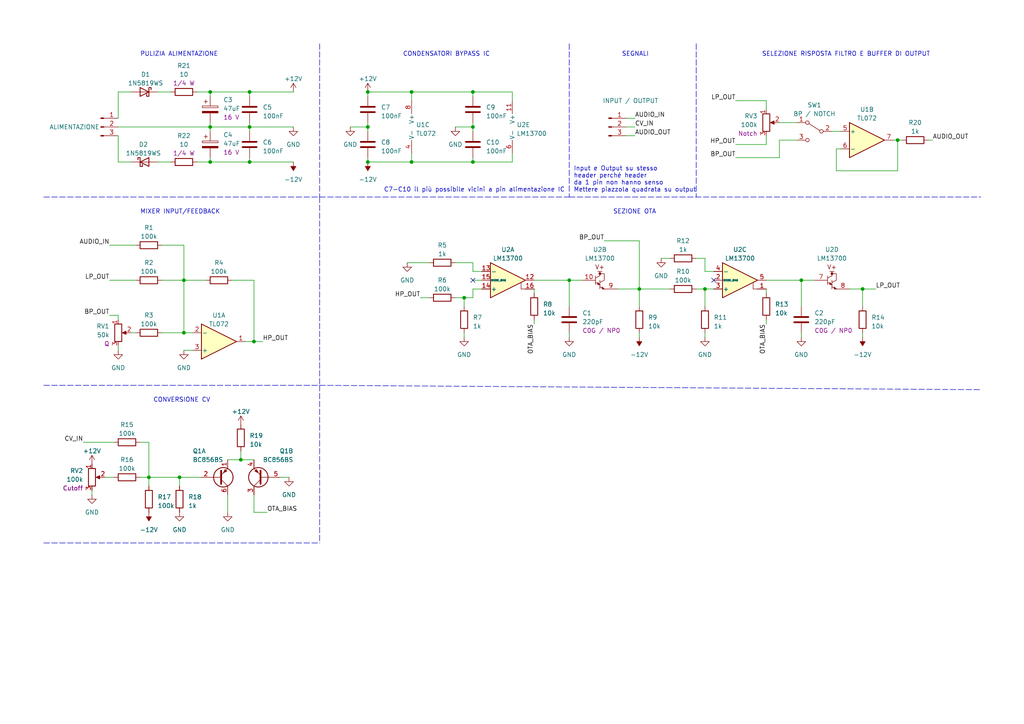
<source format=kicad_sch>
(kicad_sch (version 20230121) (generator eeschema)
  (paper "A4")
  (title_block (title "FILTRO CONTROLLATO IN TENSIONE") (date "2023-03-11") (rev "1"))
  (lib_symbols
    (symbol "Amplifier_Operational:LM13700" (pin_names (offset 0.127))
      (property "Reference" "U" (at 3.81 5.08 0))
      (property "Value" "LM13700" (at 5.08 -5.08 0))
      (symbol "LM13700_1_1"
        (polyline (pts (xy 3.81 -0.635) (xy 3.81 -2.54) (xy 5.08 -2.54)))
        (polyline (pts (xy 5.08 0) (xy -5.08 -5.08) (xy -5.08 5.08) (xy 5.08 0)) (stroke (width 0.254)) (fill (type background)))
        (pin output line (at 7.62 0 180) (length 2.54) (name "~") (number "12"))
        (pin input line (at -7.62 2.54 0) (length 2.54) (name "-") (number "13"))
        (pin input line (at -7.62 -2.54 0) (length 2.54) (name "+") (number "14"))
        (pin input line (at -7.62 0 0) (length 2.54) (name "DIODE_BIAS") (number "15"))
        (pin input line (at 7.62 -2.54 180) (length 2.54) (name "~") (number "16"))
      )
      (symbol "LM13700_2_0"
        (polyline (pts (xy -1.905 2.54) (xy -3.175 2.54)))
      )
      (symbol "LM13700_2_1"
        (circle (center -2.54 1.905) (radius 0.254) (stroke (width 0.254)) (fill (type outline)))
        (polyline (pts (xy -3.81 -0.635) (xy -2.54 -1.27)))
        (polyline (pts (xy -3.81 1.27) (xy -3.81 -1.27)))
        (polyline (pts (xy -2.54 -1.905) (xy -1.27 -2.54)))
        (polyline (pts (xy -2.54 0) (xy -2.54 -2.54)))
        (polyline (pts (xy -3.81 0.635) (xy -2.54 1.27) (xy -2.54 1.905) (xy -2.54 2.54)))
        (polyline (pts (xy -2.54 -1.27) (xy -3.175 -0.635) (xy -3.175 -1.27) (xy -2.54 -1.27)) (fill (type outline)))
        (polyline (pts (xy -2.54 -0.635) (xy -1.27 0) (xy -1.27 1.905) (xy -2.54 1.905)))
        (polyline (pts (xy -1.27 -2.54) (xy -1.905 -1.905) (xy -1.905 -2.54) (xy -1.27 -2.54)) (fill (type outline)))
        (text "V+" (at -2.54 3.81 0) (effects (font (size 1.27 1.27))))
        (pin input line (at -7.62 0 0) (length 3.81) (name "~") (number "10"))
        (pin output line (at 2.54 -2.54 180) (length 3.81) (name "~") (number "9"))
      )
      (symbol "LM13700_3_1"
        (polyline (pts (xy 3.81 -0.635) (xy 3.81 -2.54) (xy 5.08 -2.54)))
        (polyline (pts (xy 5.08 0) (xy -5.08 -5.08) (xy -5.08 5.08) (xy 5.08 0)) (stroke (width 0.254)) (fill (type background)))
        (pin input line (at 7.62 -2.54 180) (length 2.54) (name "~") (number "1"))
        (pin input line (at -7.62 0 0) (length 2.54) (name "DIODE_BIAS") (number "2"))
        (pin input line (at -7.62 -2.54 0) (length 2.54) (name "+") (number "3"))
        (pin input line (at -7.62 2.54 0) (length 2.54) (name "-") (number "4"))
        (pin output line (at 7.62 0 180) (length 2.54) (name "~") (number "5"))
      )
      (symbol "LM13700_4_0"
        (polyline (pts (xy -3.175 2.54) (xy -1.905 2.54)))
        (text "V+" (at -2.54 3.81 0) (effects (font (size 1.27 1.27))))
      )
      (symbol "LM13700_4_1"
        (circle (center -2.54 1.905) (radius 0.254) (stroke (width 0.254)) (fill (type outline)))
        (polyline (pts (xy -3.81 -0.635) (xy -2.54 -1.27)))
        (polyline (pts (xy -3.81 1.27) (xy -3.81 -1.27)))
        (polyline (pts (xy -2.54 -1.905) (xy -1.27 -2.54)))
        (polyline (pts (xy -2.54 0) (xy -2.54 -2.54)))
        (polyline (pts (xy -3.81 0.635) (xy -2.54 1.27) (xy -2.54 2.54)))
        (polyline (pts (xy -2.54 -1.27) (xy -3.175 -0.635) (xy -3.175 -1.27) (xy -2.54 -1.27)) (fill (type outline)))
        (polyline (pts (xy -2.54 -0.635) (xy -1.27 0) (xy -1.27 1.905) (xy -2.54 1.905)))
        (polyline (pts (xy -1.27 -2.54) (xy -1.905 -1.905) (xy -1.905 -2.54) (xy -1.27 -2.54)) (fill (type outline)))
        (pin input line (at -7.62 0 0) (length 3.81) (name "~") (number "7"))
        (pin output line (at 2.54 -2.54 180) (length 3.81) (name "~") (number "8"))
      )
      (symbol "LM13700_5_1"
        (pin power_in line (at -2.54 7.62 270) (length 3.81) (name "V+") (number "11"))
        (pin power_in line (at -2.54 -7.62 90) (length 3.81) (name "V-") (number "6"))
      )
    )
    (symbol "Amplifier_Operational:TL072" (pin_names (offset 0.127))
      (property "Reference" "U" (at 0 5.08 0))
      (property "Value" "TL072" (at 0 -5.08 0))
      (symbol "TL072_1_1"
        (polyline (pts (xy -5.08 5.08) (xy 5.08 0) (xy -5.08 -5.08) (xy -5.08 5.08)) (stroke (width 0.254)) (fill (type background)))
        (pin output line (at 7.62 0 180) (length 2.54) (name "~") (number "1"))
        (pin input line (at -7.62 -2.54 0) (length 2.54) (name "-") (number "2"))
        (pin input line (at -7.62 2.54 0) (length 2.54) (name "+") (number "3"))
      )
      (symbol "TL072_2_1"
        (polyline (pts (xy -5.08 5.08) (xy 5.08 0) (xy -5.08 -5.08) (xy -5.08 5.08)) (stroke (width 0.254)) (fill (type background)))
        (pin input line (at -7.62 2.54 0) (length 2.54) (name "+") (number "5"))
        (pin input line (at -7.62 -2.54 0) (length 2.54) (name "-") (number "6"))
        (pin output line (at 7.62 0 180) (length 2.54) (name "~") (number "7"))
      )
      (symbol "TL072_3_1"
        (pin power_in line (at -2.54 -7.62 90) (length 3.81) (name "V-") (number "4"))
        (pin power_in line (at -2.54 7.62 270) (length 3.81) (name "V+") (number "8"))
      )
    )
    (symbol "Connector:Conn_01x03_Pin" (pin_names (offset 1.016) hide)
      (property "Reference" "J" (at 0 5.08 0))
      (property "Value" "Conn_01x03_Pin" (at 0 -5.08 0))
      (symbol "Conn_01x03_Pin_1_1"
        (polyline (pts (xy 1.27 -2.54) (xy 0.8636 -2.54)) (stroke (width 0.1524)))
        (polyline (pts (xy 1.27 0) (xy 0.8636 0)) (stroke (width 0.1524)))
        (polyline (pts (xy 1.27 2.54) (xy 0.8636 2.54)) (stroke (width 0.1524)))
        (rectangle (start 0.8636 -2.413) (end 0 -2.667) (stroke (width 0.1524)) (fill (type outline)))
        (rectangle (start 0.8636 0.127) (end 0 -0.127) (stroke (width 0.1524)) (fill (type outline)))
        (rectangle (start 0.8636 2.667) (end 0 2.413) (stroke (width 0.1524)) (fill (type outline)))
        (pin passive line (at 5.08 2.54 180) (length 3.81) (name "Pin_1") (number "1"))
        (pin passive line (at 5.08 0 180) (length 3.81) (name "Pin_2") (number "2"))
        (pin passive line (at 5.08 -2.54 180) (length 3.81) (name "Pin_3") (number "3"))
      )
    )
    (symbol "Device:C" (pin_numbers hide) (pin_names (offset 0.254))
      (property "Reference" "C" (at 0.635 2.54 0))
      (property "Value" "C" (at 0.635 -2.54 0))
      (symbol "C_0_1"
        (polyline (pts (xy -2.032 -0.762) (xy 2.032 -0.762)) (stroke (width 0.508)))
        (polyline (pts (xy -2.032 0.762) (xy 2.032 0.762)) (stroke (width 0.508)))
      )
      (symbol "C_1_1"
        (pin passive line (at 0 3.81 270) (length 2.794) (name "~") (number "1"))
        (pin passive line (at 0 -3.81 90) (length 2.794) (name "~") (number "2"))
      )
    )
    (symbol "Device:C_Polarized" (pin_numbers hide) (pin_names (offset 0.254))
      (property "Reference" "C" (at 0.635 2.54 0))
      (property "Value" "C_Polarized" (at 0.635 -2.54 0))
      (symbol "C_Polarized_0_1"
        (rectangle (start -2.286 0.508) (end 2.286 1.016))
        (polyline (pts (xy -1.778 2.286) (xy -0.762 2.286)))
        (polyline (pts (xy -1.27 2.794) (xy -1.27 1.778)))
        (rectangle (start 2.286 -0.508) (end -2.286 -1.016) (fill (type outline)))
      )
      (symbol "C_Polarized_1_1"
        (pin passive line (at 0 3.81 270) (length 2.794) (name "~") (number "1"))
        (pin passive line (at 0 -3.81 90) (length 2.794) (name "~") (number "2"))
      )
    )
    (symbol "Device:R" (pin_numbers hide) (pin_names (offset 0))
      (property "Reference" "R" (at 2.032 0 90))
      (property "Value" "R" (at 0 0 90))
      (symbol "R_0_1"
        (rectangle (start -1.016 -2.54) (end 1.016 2.54) (stroke (width 0.254)))
      )
      (symbol "R_1_1"
        (pin passive line (at 0 3.81 270) (length 1.27) (name "~") (number "1"))
        (pin passive line (at 0 -3.81 90) (length 1.27) (name "~") (number "2"))
      )
    )
    (symbol "Device:R_Potentiometer" (pin_names (offset 1.016) hide)
      (property "Reference" "RV" (at -4.445 0 90))
      (property "Value" "R_Potentiometer" (at -2.54 0 90))
      (symbol "R_Potentiometer_0_1"
        (polyline (pts (xy 2.54 0) (xy 1.524 0)))
        (polyline (pts (xy 1.143 0) (xy 2.286 0.508) (xy 2.286 -0.508) (xy 1.143 0)) (fill (type outline)))
        (rectangle (start 1.016 2.54) (end -1.016 -2.54) (stroke (width 0.254)))
      )
      (symbol "R_Potentiometer_1_1"
        (pin passive line (at 0 3.81 270) (length 1.27) (name "1") (number "1"))
        (pin passive line (at 3.81 0 180) (length 1.27) (name "2") (number "2"))
        (pin passive line (at 0 -3.81 90) (length 1.27) (name "3") (number "3"))
      )
    )
    (symbol "Diode:1N5819WS" (pin_numbers hide) (pin_names (offset 1.016) hide)
      (property "Reference" "D" (at 0 2.54 0))
      (property "Value" "1N5819WS" (at 0 -2.54 0))
      (symbol "1N5819WS_0_1"
        (polyline (pts (xy 1.27 0) (xy -1.27 0)))
        (polyline (pts (xy 1.27 1.27) (xy 1.27 -1.27) (xy -1.27 0) (xy 1.27 1.27)) (stroke (width 0.254)))
        (polyline (pts (xy -1.905 0.635) (xy -1.905 1.27) (xy -1.27 1.27) (xy -1.27 -1.27) (xy -0.635 -1.27) (xy -0.635 -0.635)) (stroke (width 0.254)))
      )
      (symbol "1N5819WS_1_1"
        (pin passive line (at -3.81 0 0) (length 2.54) (name "K") (number "1"))
        (pin passive line (at 3.81 0 180) (length 2.54) (name "A") (number "2"))
      )
    )
    (symbol "Switch:SW_SPDT" (pin_names (offset 0) hide)
      (property "Reference" "SW" (at 0 4.318 0))
      (property "Value" "SW_SPDT" (at 0 -5.08 0))
      (symbol "SW_SPDT_0_0"
        (circle (center -2.032 0) (radius 0.508))
        (circle (center 2.032 -2.54) (radius 0.508))
      )
      (symbol "SW_SPDT_0_1"
        (polyline (pts (xy -1.524 0.254) (xy 1.651 2.286)))
        (circle (center 2.032 2.54) (radius 0.508))
      )
      (symbol "SW_SPDT_1_1"
        (pin passive line (at 5.08 2.54 180) (length 2.54) (name "A") (number "1"))
        (pin passive line (at -5.08 0 0) (length 2.54) (name "B") (number "2"))
        (pin passive line (at 5.08 -2.54 180) (length 2.54) (name "C") (number "3"))
      )
    )
    (symbol "Transistor_BJT:BC856BS" (pin_names (offset 0) hide)
      (property "Reference" "Q" (at 5.08 1.27 0))
      (property "Value" "BC856BS" (at 5.08 -1.27 0))
      (symbol "BC856BS_0_1"
        (polyline (pts (xy 0.635 0) (xy -2.54 0)))
        (polyline (pts (xy 0.635 0.635) (xy 2.54 2.54)))
        (polyline (pts (xy 0.635 -0.635) (xy 2.54 -2.54) (xy 2.54 -2.54)))
        (polyline (pts (xy 0.635 1.905) (xy 0.635 -1.905) (xy 0.635 -1.905)) (stroke (width 0.508)))
        (polyline (pts (xy 2.286 -1.778) (xy 1.778 -2.286) (xy 1.27 -1.27) (xy 2.286 -1.778) (xy 2.286 -1.778)) (fill (type outline)))
        (circle (center 1.27 0) (radius 2.8194) (stroke (width 0.254)))
      )
      (symbol "BC856BS_1_1"
        (pin passive line (at 2.54 -5.08 90) (length 2.54) (name "E1") (number "1"))
        (pin input line (at -5.08 0 0) (length 2.54) (name "B1") (number "2"))
        (pin passive line (at 2.54 5.08 270) (length 2.54) (name "C1") (number "6"))
      )
      (symbol "BC856BS_2_1"
        (pin passive line (at 2.54 5.08 270) (length 2.54) (name "C2") (number "3"))
        (pin passive line (at 2.54 -5.08 90) (length 2.54) (name "E2") (number "4"))
        (pin input line (at -5.08 0 0) (length 2.54) (name "B2") (number "5"))
      )
    )
    (symbol "power:+12V" (power) (pin_names (offset 0))
      (property "Value" "+12V" (at 0 3.556 0))
      (symbol "+12V_0_1"
        (polyline (pts (xy -0.762 1.27) (xy 0 2.54)))
        (polyline (pts (xy 0 0) (xy 0 2.54)))
        (polyline (pts (xy 0 2.54) (xy 0.762 1.27)))
      )
      (symbol "+12V_1_1"
        (pin power_in line (at 0 0 90) (length 0) hide (name "+12V") (number "1"))
      )
    )
    (symbol "power:-12V" (power) (pin_names (offset 0))
      (property "Value" "-12V" (at 0 3.81 0))
      (symbol "-12V_0_0"
        (pin power_in line (at 0 0 90) (length 0) hide (name "-12V") (number "1"))
      )
      (symbol "-12V_0_1"
        (polyline (pts (xy 0 0) (xy 0 1.27) (xy 0.762 1.27) (xy 0 2.54) (xy -0.762 1.27) (xy 0 1.27)) (fill (type outline)))
      )
    )
    (symbol "power:GND" (power) (pin_names (offset 0))
      (property "Value" "GND" (at 0 -3.81 0))
      (symbol "GND_0_1"
        (polyline (pts (xy 0 0) (xy 0 -1.27) (xy 1.27 -1.27) (xy 0 -2.54) (xy -1.27 -1.27) (xy 0 -1.27)))
      )
      (symbol "GND_1_1"
        (pin power_in line (at 0 0 270) (length 0) hide (name "GND") (number "1"))
      )
    )
  )
  (junction (at 119.38 46.99))
  (junction (at 250.19 83.82))
  (junction (at 72.39 46.99))
  (junction (at 185.42 83.82))
  (junction (at 60.96 36.83))
  (junction (at 60.96 46.99))
  (junction (at 134.62 86.36))
  (junction (at 73.66 99.06))
  (junction (at 106.68 46.99))
  (junction (at 232.41 81.28))
  (junction (at 137.16 46.99))
  (junction (at 106.68 36.83))
  (junction (at 165.1 81.28))
  (junction (at 119.38 26.67))
  (junction (at 72.39 26.67))
  (junction (at 72.39 36.83))
  (junction (at 53.34 81.28))
  (junction (at 106.68 26.67))
  (junction (at 60.96 26.67))
  (junction (at 204.47 83.82))
  (junction (at 43.18 138.43))
  (junction (at 53.34 96.52))
  (junction (at 69.85 133.35))
  (junction (at 137.16 26.67))
  (junction (at 52.07 138.43))
  (junction (at 260.35 40.64))
  (junction (at 137.16 36.83))
  (no_connect (at 137.16 81.28))
  (no_connect (at 207.01 81.28))
  (wire (pts (xy 45.72 46.99) (xy 49.53 46.99)))
  (wire (pts (xy 119.38 44.45) (xy 119.38 46.99)))
  (wire (pts (xy 185.42 96.52) (xy 185.42 97.79)))
  (wire (pts (xy 53.34 71.12) (xy 53.34 81.28)))
  (wire (pts (xy 250.19 88.9) (xy 250.19 83.82)))
  (wire (pts (xy 106.68 35.56) (xy 106.68 36.83)))
  (wire (pts (xy 213.36 45.72) (xy 226.06 45.72)))
  (wire (pts (xy 43.18 138.43) (xy 40.64 138.43)))
  (wire (pts (xy 226.06 45.72) (xy 226.06 40.64)))
  (wire (pts (xy 134.62 86.36) (xy 137.16 86.36)))
  (wire (pts (xy 185.42 69.85) (xy 175.26 69.85)))
  (wire (pts (xy 181.61 39.37) (xy 184.15 39.37)))
  (wire (pts (xy 137.16 83.82) (xy 139.7 83.82)))
  (polyline (pts (xy 92.71 111.76) (xy 284.48 113.03)) (stroke (width 0) (type dash)))
  (polyline (pts (xy 92.71 111.76) (xy 92.71 157.48)) (stroke (width 0) (type dash)))
  (polyline (pts (xy 165.1 12.7) (xy 165.1 57.15)) (stroke (width 0) (type dash)))
  (polyline (pts (xy 12.7 111.76) (xy 92.71 111.76)) (stroke (width 0) (type dash)))
  (wire (pts (xy 66.04 148.59) (xy 66.04 143.51)))
  (wire (pts (xy 34.29 34.29) (xy 34.29 26.67)))
  (wire (pts (xy 154.94 83.82) (xy 154.94 85.09)))
  (wire (pts (xy 72.39 46.99) (xy 85.09 46.99)))
  (wire (pts (xy 53.34 81.28) (xy 53.34 96.52)))
  (wire (pts (xy 204.47 83.82) (xy 207.01 83.82)))
  (wire (pts (xy 31.75 81.28) (xy 39.37 81.28)))
  (wire (pts (xy 57.15 26.67) (xy 60.96 26.67)))
  (wire (pts (xy 132.08 86.36) (xy 134.62 86.36)))
  (polyline (pts (xy 92.71 12.7) (xy 92.71 57.15)) (stroke (width 0) (type dash)))
  (wire (pts (xy 106.68 26.67) (xy 119.38 26.67)))
  (wire (pts (xy 69.85 130.81) (xy 69.85 133.35)))
  (polyline (pts (xy 201.93 12.7) (xy 201.93 57.15)) (stroke (width 0) (type dash)))
  (wire (pts (xy 132.08 36.83) (xy 137.16 36.83)))
  (wire (pts (xy 137.16 36.83) (xy 137.16 38.1)))
  (wire (pts (xy 53.34 96.52) (xy 55.88 96.52)))
  (wire (pts (xy 45.72 26.67) (xy 49.53 26.67)))
  (wire (pts (xy 269.24 40.64) (xy 270.51 40.64)))
  (wire (pts (xy 34.29 46.99) (xy 38.1 46.99)))
  (wire (pts (xy 38.1 96.52) (xy 39.37 96.52)))
  (wire (pts (xy 106.68 36.83) (xy 106.68 38.1)))
  (wire (pts (xy 232.41 96.52) (xy 232.41 97.79)))
  (wire (pts (xy 121.92 86.36) (xy 124.46 86.36)))
  (wire (pts (xy 137.16 76.2) (xy 132.08 76.2)))
  (wire (pts (xy 181.61 34.29) (xy 184.15 34.29)))
  (wire (pts (xy 260.35 49.53) (xy 242.57 49.53)))
  (wire (pts (xy 43.18 138.43) (xy 52.07 138.43)))
  (wire (pts (xy 259.08 40.64) (xy 260.35 40.64)))
  (polyline (pts (xy 92.71 57.15) (xy 92.71 111.76)) (stroke (width 0) (type dash)))
  (wire (pts (xy 222.25 83.82) (xy 222.25 85.09)))
  (wire (pts (xy 118.11 76.2) (xy 124.46 76.2)))
  (wire (pts (xy 60.96 26.67) (xy 72.39 26.67)))
  (wire (pts (xy 119.38 26.67) (xy 137.16 26.67)))
  (wire (pts (xy 222.25 29.21) (xy 222.25 31.75)))
  (wire (pts (xy 60.96 26.67) (xy 60.96 27.94)))
  (wire (pts (xy 204.47 96.52) (xy 204.47 97.79)))
  (wire (pts (xy 66.04 133.35) (xy 69.85 133.35)))
  (wire (pts (xy 31.75 91.44) (xy 34.29 91.44)))
  (wire (pts (xy 137.16 81.28) (xy 139.7 81.28)))
  (wire (pts (xy 201.93 74.93) (xy 204.47 74.93)))
  (wire (pts (xy 148.59 44.45) (xy 148.59 46.99)))
  (wire (pts (xy 72.39 36.83) (xy 60.96 36.83)))
  (wire (pts (xy 204.47 74.93) (xy 204.47 78.74)))
  (polyline (pts (xy 12.7 157.48) (xy 92.71 157.48)) (stroke (width 0) (type dash)))
  (wire (pts (xy 73.66 81.28) (xy 67.31 81.28)))
  (wire (pts (xy 106.68 27.94) (xy 106.68 26.67)))
  (wire (pts (xy 57.15 46.99) (xy 60.96 46.99)))
  (wire (pts (xy 60.96 35.56) (xy 60.96 36.83)))
  (wire (pts (xy 165.1 81.28) (xy 168.91 81.28)))
  (wire (pts (xy 53.34 101.6) (xy 55.88 101.6)))
  (wire (pts (xy 53.34 81.28) (xy 59.69 81.28)))
  (wire (pts (xy 72.39 26.67) (xy 85.09 26.67)))
  (wire (pts (xy 34.29 100.33) (xy 34.29 101.6)))
  (polyline (pts (xy 12.7 57.15) (xy 92.71 57.15)) (stroke (width 0) (type dash)))
  (wire (pts (xy 137.16 26.67) (xy 148.59 26.67)))
  (wire (pts (xy 165.1 88.9) (xy 165.1 81.28)))
  (wire (pts (xy 222.25 81.28) (xy 232.41 81.28)))
  (wire (pts (xy 106.68 46.99) (xy 119.38 46.99)))
  (wire (pts (xy 242.57 43.18) (xy 243.84 43.18)))
  (wire (pts (xy 185.42 88.9) (xy 185.42 83.82)))
  (wire (pts (xy 31.75 71.12) (xy 39.37 71.12)))
  (wire (pts (xy 72.39 35.56) (xy 72.39 36.83)))
  (wire (pts (xy 72.39 46.99) (xy 72.39 45.72)))
  (wire (pts (xy 46.99 71.12) (xy 53.34 71.12)))
  (wire (pts (xy 204.47 83.82) (xy 204.47 88.9)))
  (wire (pts (xy 60.96 46.99) (xy 60.96 45.72)))
  (wire (pts (xy 204.47 78.74) (xy 207.01 78.74)))
  (wire (pts (xy 30.48 138.43) (xy 33.02 138.43)))
  (wire (pts (xy 181.61 36.83) (xy 184.15 36.83)))
  (wire (pts (xy 34.29 39.37) (xy 34.29 46.99)))
  (wire (pts (xy 134.62 86.36) (xy 134.62 88.9)))
  (wire (pts (xy 34.29 36.83) (xy 60.96 36.83)))
  (wire (pts (xy 191.77 74.93) (xy 194.31 74.93)))
  (wire (pts (xy 137.16 86.36) (xy 137.16 83.82)))
  (wire (pts (xy 137.16 46.99) (xy 148.59 46.99)))
  (wire (pts (xy 148.59 26.67) (xy 148.59 29.21)))
  (wire (pts (xy 246.38 83.82) (xy 250.19 83.82)))
  (wire (pts (xy 26.67 143.51) (xy 26.67 142.24)))
  (wire (pts (xy 81.28 138.43) (xy 83.82 138.43)))
  (wire (pts (xy 60.96 38.1) (xy 60.96 36.83)))
  (wire (pts (xy 154.94 93.98) (xy 154.94 92.71)))
  (wire (pts (xy 73.66 143.51) (xy 73.66 148.59)))
  (wire (pts (xy 194.31 83.82) (xy 185.42 83.82)))
  (wire (pts (xy 40.64 128.27) (xy 43.18 128.27)))
  (wire (pts (xy 43.18 128.27) (xy 43.18 138.43)))
  (wire (pts (xy 52.07 140.97) (xy 52.07 138.43)))
  (wire (pts (xy 250.19 83.82) (xy 254 83.82)))
  (wire (pts (xy 46.99 81.28) (xy 53.34 81.28)))
  (wire (pts (xy 250.19 96.52) (xy 250.19 97.79)))
  (wire (pts (xy 165.1 96.52) (xy 165.1 97.79)))
  (wire (pts (xy 72.39 38.1) (xy 72.39 36.83)))
  (wire (pts (xy 72.39 36.83) (xy 85.09 36.83)))
  (wire (pts (xy 242.57 49.53) (xy 242.57 43.18)))
  (wire (pts (xy 60.96 46.99) (xy 72.39 46.99)))
  (wire (pts (xy 43.18 138.43) (xy 43.18 140.97)))
  (wire (pts (xy 137.16 35.56) (xy 137.16 36.83)))
  (wire (pts (xy 72.39 26.67) (xy 72.39 27.94)))
  (polyline (pts (xy 92.71 57.15) (xy 165.1 57.15)) (stroke (width 0) (type dash)))
  (wire (pts (xy 222.25 92.71) (xy 222.25 93.98)))
  (wire (pts (xy 222.25 39.37) (xy 222.25 41.91)))
  (wire (pts (xy 119.38 46.99) (xy 137.16 46.99)))
  (wire (pts (xy 69.85 133.35) (xy 73.66 133.35)))
  (wire (pts (xy 222.25 41.91) (xy 213.36 41.91)))
  (wire (pts (xy 71.12 99.06) (xy 73.66 99.06)))
  (wire (pts (xy 137.16 45.72) (xy 137.16 46.99)))
  (wire (pts (xy 34.29 92.71) (xy 34.29 91.44)))
  (wire (pts (xy 73.66 99.06) (xy 76.2 99.06)))
  (wire (pts (xy 201.93 83.82) (xy 204.47 83.82)))
  (wire (pts (xy 34.29 26.67) (xy 38.1 26.67)))
  (polyline (pts (xy 165.1 57.15) (xy 284.48 57.15)) (stroke (width 0) (type dash)))
  (wire (pts (xy 46.99 96.52) (xy 53.34 96.52)))
  (wire (pts (xy 241.3 38.1) (xy 243.84 38.1)))
  (wire (pts (xy 24.13 128.27) (xy 33.02 128.27)))
  (wire (pts (xy 232.41 88.9) (xy 232.41 81.28)))
  (wire (pts (xy 137.16 26.67) (xy 137.16 27.94)))
  (wire (pts (xy 137.16 78.74) (xy 137.16 76.2)))
  (wire (pts (xy 165.1 81.28) (xy 154.94 81.28)))
  (wire (pts (xy 226.06 35.56) (xy 231.14 35.56)))
  (wire (pts (xy 134.62 96.52) (xy 134.62 97.79)))
  (wire (pts (xy 232.41 81.28) (xy 236.22 81.28)))
  (wire (pts (xy 119.38 26.67) (xy 119.38 29.21)))
  (wire (pts (xy 52.07 138.43) (xy 58.42 138.43)))
  (wire (pts (xy 73.66 148.59) (xy 77.47 148.59)))
  (wire (pts (xy 179.07 83.82) (xy 185.42 83.82)))
  (wire (pts (xy 139.7 78.74) (xy 137.16 78.74)))
  (wire (pts (xy 106.68 45.72) (xy 106.68 46.99)))
  (wire (pts (xy 226.06 40.64) (xy 231.14 40.64)))
  (wire (pts (xy 185.42 83.82) (xy 185.42 69.85)))
  (wire (pts (xy 101.6 36.83) (xy 106.68 36.83)))
  (wire (pts (xy 260.35 40.64) (xy 261.62 40.64)))
  (wire (pts (xy 73.66 99.06) (xy 73.66 81.28)))
  (wire (pts (xy 213.36 29.21) (xy 222.25 29.21)))
  (wire (pts (xy 260.35 40.64) (xy 260.35 49.53)))
  (text "C7-C10 il più possibile vicini a pin alimentazione IC" (at 163.83 55.88 0) (effects (font (size 1.27 1.27)) (justify right bottom)))
  (text "CONDENSATORI BYPASS IC" (at 116.84 16.51 0) (effects (font (size 1.27 1.27)) (justify left bottom)))
  (text "Input e Output su stesso\nheader perché header \nda 1 pin non hanno senso\nMettere piazzola quadrata su output" (at 166.37 55.88 0) (effects (font (size 1.27 1.27)) (justify left bottom)))
  (text "PULIZIA ALIMENTAZIONE\n" (at 40.64 16.51 0) (effects (font (size 1.27 1.27)) (justify left bottom)))
  (text "SELEZIONE RISPOSTA FILTRO E BUFFER DI OUTPUT" (at 220.98 16.51 0) (effects (font (size 1.27 1.27)) (justify left bottom)))
  (text "SEZIONE OTA\n" (at 177.8 62.23 0) (effects (font (size 1.27 1.27)) (justify left bottom)))
  (text "MIXER INPUT/FEEDBACK\n" (at 40.64 62.23 0) (effects (font (size 1.27 1.27)) (justify left bottom)))
  (text "CONVERSIONE CV\n" (at 44.45 116.84 0) (effects (font (size 1.27 1.27)) (justify left bottom)))
  (text "SEGNALI" (at 180.34 16.51 0) (effects (font (size 1.27 1.27)) (justify left bottom)))
  (label "AUDIO_OUT" (at 184.15 39.37 0))
  (label "OTA_BIAS" (at 77.47 148.59 0))
  (label "CV_IN" (at 24.13 128.27 180))
  (label "HP_OUT" (at 213.36 41.91 180))
  (label "HP_OUT" (at 121.92 86.36 180))
  (label "OTA_BIAS" (at 154.94 93.98 270))
  (label "HP_OUT" (at 76.2 99.06 0))
  (label "LP_OUT" (at 213.36 29.21 180))
  (label "BP_OUT" (at 31.75 91.44 180))
  (label "AUDIO_OUT" (at 270.51 40.64 0))
  (label "AUDIO_IN" (at 184.15 34.29 0))
  (label "LP_OUT" (at 254 83.82 0))
  (label "CV_IN" (at 184.15 36.83 0))
  (label "OTA_BIAS" (at 222.25 93.98 270))
  (label "BP_OUT" (at 175.26 69.85 180))
  (label "BP_OUT" (at 213.36 45.72 180))
  (label "AUDIO_IN" (at 31.75 71.12 180))
  (label "LP_OUT" (at 31.75 81.28 180))
  (symbol (lib_id "Amplifier_Operational:TL072") (at 121.92 36.83 0) (unit 3)
    (property "Reference" "U1" (at 120.65 36.195 0) (effects (justify left)))
    (property "Value" "TL072" (at 120.65 38.735 0) (effects (justify left)))
    (property "Footprint" "Package_SO:SOIC-8_3.9x4.9mm_P1.27mm" (effects hide))
    (property "Datasheet" "TL072CDT" (effects hide))
  )
  (symbol (lib_id "power:+12V") (at 69.85 123.19 0) (unit 1)
    (property "Reference" "#PWR022" (effects hide))
    (property "Value" "+12V" (at 69.85 119.38 0))
  )
  (symbol (lib_id "Device:R_Potentiometer") (at 26.67 138.43 0) (unit 1)
    (property "Reference" "RV2" (at 24.13 136.525 0) (effects (justify right)))
    (property "Value" "100k" (at 24.13 139.065 0) (effects (justify right)))
    (property "Footprint" "Connector_PinHeader_2.54mm:PinHeader_1x03_P2.54mm_Vertical" (effects hide))
    (property "Control" "Cutoff" (at 24.13 141.605 0) (effects (justify right)))
  )
  (symbol (lib_id "Device:R_Potentiometer") (at 222.25 35.56 0) (unit 1)
    (property "Reference" "RV3" (at 219.71 33.655 0) (effects (justify right)))
    (property "Value" "100k" (at 219.71 36.195 0) (effects (justify right)))
    (property "Footprint" "Connector_PinHeader_2.54mm:PinHeader_1x03_P2.54mm_Vertical" (effects hide))
    (property "Control" "Notch" (at 219.71 38.735 0) (effects (justify right)))
  )
  (symbol (lib_id "power:GND") (at 83.82 138.43 0) (unit 1)
    (property "Reference" "#PWR024" (effects hide))
    (property "Value" "GND" (at 83.82 143.51 0))
  )
  (symbol (lib_id "Transistor_BJT:BC856BS") (at 63.5 138.43 0) (mirror x) (unit 1)
    (property "Reference" "Q1" (at 55.88 130.81 0) (effects (justify left)))
    (property "Value" "BC856BS" (at 55.88 133.35 0) (effects (justify left)))
    (property "Footprint" "Package_TO_SOT_SMD:SOT-363_SC-70-6" (effects hide))
    (property "Datasheet" "https://assets.nexperia.com/documents/data-sheet/BC856BS.pdf" (effects hide))
  )
  (symbol (lib_id "Amplifier_Operational:LM13700") (at 147.32 81.28 0) (unit 1)
    (property "Reference" "U2" (at 147.32 72.39 0))
    (property "Value" "LM13700" (at 147.32 74.93 0))
    (property "Footprint" "Package_SO:SOIC-16_3.9x9.9mm_P1.27mm" (effects hide))
    (property "Datasheet" "LM13700MX/NOPB" (effects hide))
  )
  (symbol (lib_id "Device:R") (at 204.47 92.71 180) (unit 1)
    (property "Reference" "R11" (at 207.01 92.075 0) (effects (justify right)))
    (property "Value" "1k" (at 207.01 94.615 0) (effects (justify right)))
    (property "Footprint" "Resistor_SMD:R_0402_1005Metric" (effects hide))
    (property "Datasheet" "0402WGF1001TCE" (effects hide))
  )
  (symbol (lib_id "power:-12V") (at 185.42 97.79 180) (unit 1)
    (property "Reference" "#PWR014" (effects hide))
    (property "Value" "-12V" (at 185.42 102.87 0))
  )
  (symbol (lib_id "Device:C") (at 106.68 31.75 0) (unit 1)
    (property "Reference" "C7" (at 110.49 31.115 0) (effects (justify left)))
    (property "Value" "100nF" (at 110.49 33.655 0) (effects (justify left)))
    (property "Footprint" "Capacitor_SMD:C_0402_1005Metric" (effects hide))
    (property "Datasheet" "CL05B104KO5NNNC" (effects hide))
  )
  (symbol (lib_id "Device:C") (at 72.39 31.75 0) (unit 1)
    (property "Reference" "C5" (at 76.2 31.115 0) (effects (justify left)))
    (property "Value" "100nF" (at 76.2 33.655 0) (effects (justify left)))
    (property "Footprint" "Capacitor_SMD:C_0402_1005Metric" (effects hide))
    (property "Datasheet" "CL05B104KO5NNNC" (effects hide))
  )
  (symbol (lib_id "Device:R") (at 52.07 144.78 180) (unit 1)
    (property "Reference" "R18" (at 54.61 144.145 0) (effects (justify right)))
    (property "Value" "1k" (at 54.61 146.685 0) (effects (justify right)))
    (property "Footprint" "Resistor_SMD:R_0402_1005Metric" (effects hide))
    (property "Datasheet" "0402WGF1001TCE" (effects hide))
  )
  (symbol (lib_id "power:GND") (at 52.07 148.59 0) (unit 1)
    (property "Reference" "#PWR021" (effects hide))
    (property "Value" "GND" (at 52.07 153.67 0))
  )
  (symbol (lib_id "power:-12V") (at 250.19 97.79 180) (unit 1)
    (property "Reference" "#PWR020" (effects hide))
    (property "Value" "-12V" (at 250.19 102.87 0))
  )
  (symbol (lib_id "Switch:SW_SPDT") (at 236.22 38.1 0) (mirror y) (unit 1)
    (property "Reference" "SW1" (at 236.22 30.48 0))
    (property "Value" "BP / NOTCH" (at 236.22 33.02 0))
    (property "Footprint" "Connector_PinHeader_2.54mm:PinHeader_1x03_P2.54mm_Vertical" (effects hide))
  )
  (symbol (lib_id "Device:R_Potentiometer") (at 34.29 96.52 0) (unit 1)
    (property "Reference" "RV1" (at 31.75 94.615 0) (effects (justify right)))
    (property "Value" "50k" (at 31.75 97.155 0) (effects (justify right)))
    (property "Footprint" "Connector_PinHeader_2.54mm:PinHeader_1x03_P2.54mm_Vertical" (effects hide))
    (property "Control" "Q" (at 31.75 99.695 0) (effects (justify right)))
  )
  (symbol (lib_id "Connector:Conn_01x03_Pin") (at 29.21 36.83 0) (unit 1)
    (property "Reference" "J1" (effects hide))
    (property "Value" "ALIMENTAZIONE" (at 21.59 36.83 0))
    (property "Footprint" "Connector_PinHeader_2.54mm:PinHeader_1x03_P2.54mm_Vertical" (effects hide))
  )
  (symbol (lib_id "power:GND") (at 85.09 36.83 0) (unit 1)
    (property "Reference" "#PWR02" (effects hide))
    (property "Value" "GND" (at 85.09 41.91 0))
  )
  (symbol (lib_id "Device:R") (at 128.27 86.36 90) (unit 1)
    (property "Reference" "R6" (at 128.27 81.28 90))
    (property "Value" "100k" (at 128.27 83.82 90))
    (property "Footprint" "Resistor_SMD:R_0402_1005Metric" (effects hide))
    (property "Datasheet" "0402WGF1003TCE" (effects hide))
  )
  (symbol (lib_id "Device:R") (at 43.18 144.78 0) (unit 1)
    (property "Reference" "R17" (at 45.72 144.145 0) (effects (justify left)))
    (property "Value" "100k" (at 45.72 146.685 0) (effects (justify left)))
    (property "Footprint" "Resistor_SMD:R_0402_1005Metric" (effects hide))
    (property "Datasheet" "0402WGF1003TCE" (effects hide))
  )
  (symbol (lib_id "power:GND") (at 34.29 101.6 0) (unit 1)
    (property "Reference" "#PWR09" (effects hide))
    (property "Value" "GND" (at 34.29 106.68 0))
  )
  (symbol (lib_id "power:GND") (at 53.34 101.6 0) (unit 1)
    (property "Reference" "#PWR08" (effects hide))
    (property "Value" "GND" (at 53.34 106.68 0))
  )
  (symbol (lib_id "Amplifier_Operational:LM13700") (at 176.53 81.28 0) (unit 2)
    (property "Reference" "U2" (at 173.99 72.39 0))
    (property "Value" "LM13700" (at 173.99 74.93 0))
    (property "Footprint" "Package_SO:SOIC-16_3.9x9.9mm_P1.27mm" (effects hide))
    (property "Datasheet" "LM13700MX/NOPB" (effects hide))
  )
  (symbol (lib_id "Device:R") (at 185.42 92.71 180) (unit 1)
    (property "Reference" "R9" (at 187.96 92.075 0) (effects (justify right)))
    (property "Value" "10k" (at 187.96 94.615 0) (effects (justify right)))
    (property "Footprint" "Resistor_SMD:R_0402_1005Metric" (effects hide))
    (property "Datasheet" "RC0402FR-0710KL" (effects hide))
  )
  (symbol (lib_id "power:GND") (at 232.41 97.79 0) (unit 1)
    (property "Reference" "#PWR012" (effects hide))
    (property "Value" "GND" (at 232.41 102.87 0))
  )
  (symbol (lib_id "Amplifier_Operational:LM13700") (at 214.63 81.28 0) (unit 3)
    (property "Reference" "U2" (at 214.63 72.39 0))
    (property "Value" "LM13700" (at 214.63 74.93 0))
    (property "Footprint" "Package_SO:SOIC-16_3.9x9.9mm_P1.27mm" (effects hide))
    (property "Datasheet" "LM13700MX/NOPB" (effects hide))
  )
  (symbol (lib_id "Device:R") (at 36.83 128.27 90) (unit 1)
    (property "Reference" "R15" (at 36.83 123.19 90))
    (property "Value" "100k" (at 36.83 125.73 90))
    (property "Footprint" "Resistor_SMD:R_0402_1005Metric" (effects hide))
    (property "Datasheet" "0402WGF1003TCE" (effects hide))
  )
  (symbol (lib_id "Device:R") (at 250.19 92.71 180) (unit 1)
    (property "Reference" "R14" (at 252.73 92.075 0) (effects (justify right)))
    (property "Value" "10k" (at 252.73 94.615 0) (effects (justify right)))
    (property "Footprint" "Resistor_SMD:R_0402_1005Metric" (effects hide))
    (property "Datasheet" "RC0402FR-0710KL" (effects hide))
  )
  (symbol (lib_id "Device:R") (at 128.27 76.2 270) (unit 1)
    (property "Reference" "R5" (at 128.27 71.12 90))
    (property "Value" "1k" (at 128.27 73.66 90))
    (property "Footprint" "Resistor_SMD:R_0402_1005Metric" (effects hide))
    (property "Datasheet" "0402WGF1001TCE" (effects hide))
  )
  (symbol (lib_id "Device:C") (at 72.39 41.91 0) (unit 1)
    (property "Reference" "C6" (at 76.2 41.275 0) (effects (justify left)))
    (property "Value" "100nF" (at 76.2 43.815 0) (effects (justify left)))
    (property "Footprint" "Capacitor_SMD:C_0402_1005Metric" (effects hide))
    (property "Datasheet" "CL05B104KO5NNNC" (effects hide))
  )
  (symbol (lib_id "Device:C") (at 106.68 41.91 0) (unit 1)
    (property "Reference" "C8" (at 110.49 41.275 0) (effects (justify left)))
    (property "Value" "100nF" (at 110.49 43.815 0) (effects (justify left)))
    (property "Footprint" "Capacitor_SMD:C_0402_1005Metric" (effects hide))
    (property "Datasheet" "CL05B104KO5NNNC" (effects hide))
  )
  (symbol (lib_id "Device:R") (at 198.12 83.82 90) (unit 1)
    (property "Reference" "R10" (at 198.12 78.74 90))
    (property "Value" "100k" (at 198.12 81.28 90))
    (property "Footprint" "Resistor_SMD:R_0402_1005Metric" (effects hide))
    (property "Datasheet" "0402WGF1003TCE" (effects hide))
  )
  (symbol (lib_id "power:+12V") (at 26.67 134.62 0) (unit 1)
    (property "Reference" "#PWR018" (effects hide))
    (property "Value" "+12V" (at 26.67 130.81 0))
  )
  (symbol (lib_id "Device:R") (at 43.18 71.12 90) (unit 1)
    (property "Reference" "R1" (at 43.18 66.04 90))
    (property "Value" "100k" (at 43.18 68.58 90))
    (property "Footprint" "Resistor_SMD:R_0402_1005Metric" (effects hide))
    (property "Datasheet" "0402WGF1003TCE" (effects hide))
  )
  (symbol (lib_id "power:GND") (at 134.62 97.79 0) (unit 1)
    (property "Reference" "#PWR011" (effects hide))
    (property "Value" "GND" (at 134.62 102.87 0))
  )
  (symbol (lib_id "Transistor_BJT:BC856BS") (at 76.2 138.43 180) (unit 2)
    (property "Reference" "Q1" (at 85.09 130.81 0) (effects (justify left)))
    (property "Value" "BC856BS" (at 85.09 133.35 0) (effects (justify left)))
    (property "Footprint" "Package_TO_SOT_SMD:SOT-363_SC-70-6" (effects hide))
    (property "Datasheet" "https://assets.nexperia.com/documents/data-sheet/BC856BS.pdf" (effects hide))
  )
  (symbol (lib_id "power:+12V") (at 85.09 26.67 0) (unit 1)
    (property "Reference" "#PWR01" (effects hide))
    (property "Value" "+12V" (at 85.09 22.86 0))
  )
  (symbol (lib_id "Device:R") (at 154.94 88.9 180) (unit 1)
    (property "Reference" "R8" (at 157.48 88.265 0) (effects (justify right)))
    (property "Value" "10k" (at 157.48 90.805 0) (effects (justify right)))
    (property "Footprint" "Resistor_SMD:R_0402_1005Metric" (effects hide))
    (property "Datasheet" "RC0402FR-0710KL" (effects hide))
  )
  (symbol (lib_id "power:-12V") (at 85.09 46.99 180) (unit 1)
    (property "Reference" "#PWR03" (effects hide))
    (property "Value" "-12V" (at 85.09 52.07 0))
  )
  (symbol (lib_id "power:+12V") (at 106.68 26.67 0) (unit 1)
    (property "Reference" "#PWR05" (effects hide))
    (property "Value" "+12V" (at 106.68 22.86 0))
  )
  (symbol (lib_id "Device:R") (at 198.12 74.93 270) (unit 1)
    (property "Reference" "R12" (at 198.12 69.85 90))
    (property "Value" "1k" (at 198.12 72.39 90))
    (property "Footprint" "Resistor_SMD:R_0402_1005Metric" (effects hide))
    (property "Datasheet" "0402WGF1001TCE" (effects hide))
  )
  (symbol (lib_id "power:GND") (at 101.6 36.83 0) (unit 1)
    (property "Reference" "#PWR04" (effects hide))
    (property "Value" "GND" (at 101.6 41.91 0))
  )
  (symbol (lib_id "power:GND") (at 66.04 148.59 0) (unit 1)
    (property "Reference" "#PWR023" (effects hide))
    (property "Value" "GND" (at 66.04 153.67 0))
  )
  (symbol (lib_id "power:GND") (at 165.1 97.79 0) (unit 1)
    (property "Reference" "#PWR013" (effects hide))
    (property "Value" "GND" (at 165.1 102.87 0))
  )
  (symbol (lib_id "Amplifier_Operational:TL072") (at 251.46 40.64 0) (unit 2)
    (property "Reference" "U1" (at 251.46 31.75 0))
    (property "Value" "TL072" (at 251.46 34.29 0))
    (property "Footprint" "Package_SO:SOIC-8_3.9x4.9mm_P1.27mm" (effects hide))
    (property "Datasheet" "TL072CDT" (effects hide))
  )
  (symbol (lib_id "Device:R") (at 43.18 81.28 90) (unit 1)
    (property "Reference" "R2" (at 43.18 76.2 90))
    (property "Value" "100k" (at 43.18 78.74 90))
    (property "Footprint" "Resistor_SMD:R_0402_1005Metric" (effects hide))
    (property "Datasheet" "0402WGF1003TCE" (effects hide))
  )
  (symbol (lib_id "Device:C_Polarized") (at 60.96 41.91 0) (unit 1)
    (property "Reference" "C4" (at 64.77 39.116 0) (effects (justify left)))
    (property "Value" "47uF" (at 64.77 41.656 0) (effects (justify left)))
    (property "Footprint" "Capacitor_Tantalum_SMD:CP_EIA-3528-12_Kemet-T" (effects hide))
    (property "Datasheet" "CA45-B-16V-47uF-K" (effects hide))
    (property "Voltage Rating" "16 V" (at 64.77 44.196 0) (effects (justify left)))
  )
  (symbol (lib_id "Device:R") (at 36.83 138.43 90) (unit 1)
    (property "Reference" "R16" (at 36.83 133.35 90))
    (property "Value" "100k" (at 36.83 135.89 90))
    (property "Footprint" "Resistor_SMD:R_0402_1005Metric" (effects hide))
    (property "Datasheet" "0402WGF1003TCE" (effects hide))
  )
  (symbol (lib_id "Amplifier_Operational:LM13700") (at 243.84 81.28 0) (unit 4)
    (property "Reference" "U2" (at 241.3 72.39 0))
    (property "Value" "LM13700" (at 241.3 74.93 0))
    (property "Footprint" "Package_SO:SOIC-16_3.9x9.9mm_P1.27mm" (effects hide))
    (property "Datasheet" "LM13700MX/NOPB" (effects hide))
  )
  (symbol (lib_id "power:-12V") (at 43.18 148.59 180) (unit 1)
    (property "Reference" "#PWR017" (effects hide))
    (property "Value" "-12V" (at 43.18 153.67 0))
  )
  (symbol (lib_id "Diode:1N5819WS") (at 41.91 26.67 0) (mirror y) (unit 1)
    (property "Reference" "D1" (at 42.2275 21.59 0))
    (property "Value" "1N5819WS" (at 42.2275 24.13 0))
    (property "Footprint" "Diode_SMD:D_SOD-323" (effects hide))
    (property "Datasheet" "1N5819WS" (effects hide))
  )
  (symbol (lib_id "power:GND") (at 132.08 36.83 0) (unit 1)
    (property "Reference" "#PWR07" (effects hide))
    (property "Value" "GND" (at 132.08 41.91 0))
  )
  (symbol (lib_id "Device:R") (at 265.43 40.64 90) (unit 1)
    (property "Reference" "R20" (at 265.43 35.56 90))
    (property "Value" "1k" (at 265.43 38.1 90))
    (property "Footprint" "Resistor_SMD:R_0402_1005Metric" (effects hide))
    (property "Datasheet" "0402WGF1001TCE" (effects hide))
  )
  (symbol (lib_id "power:GND") (at 118.11 76.2 0) (unit 1)
    (property "Reference" "#PWR010" (effects hide))
    (property "Value" "GND" (at 118.11 81.28 0))
  )
  (symbol (lib_id "Device:C_Polarized") (at 60.96 31.75 0) (unit 1)
    (property "Reference" "C3" (at 64.77 28.956 0) (effects (justify left)))
    (property "Value" "47uF" (at 64.77 31.496 0) (effects (justify left)))
    (property "Footprint" "Capacitor_Tantalum_SMD:CP_EIA-3528-12_Kemet-T" (effects hide))
    (property "Datasheet" "CA45-B-16V-47uF-K" (effects hide))
    (property "Voltage Rating" "16 V" (at 64.77 34.036 0) (effects (justify left)))
  )
  (symbol (lib_id "power:GND") (at 204.47 97.79 0) (unit 1)
    (property "Reference" "#PWR015" (effects hide))
    (property "Value" "GND" (at 204.47 102.87 0))
  )
  (symbol (lib_id "power:-12V") (at 106.68 46.99 180) (unit 1)
    (property "Reference" "#PWR06" (effects hide))
    (property "Value" "-12V" (at 106.68 52.07 0))
  )
  (symbol (lib_id "Connector:Conn_01x03_Pin") (at 176.53 36.83 0) (unit 1)
    (property "Reference" "J2" (effects hide))
    (property "Value" "INPUT / OUTPUT" (at 182.88 29.21 0))
    (property "Footprint" "Connector_PinHeader_2.54mm:PinHeader_1x03_P2.54mm_Vertical" (effects hide))
  )
  (symbol (lib_id "Amplifier_Operational:TL072") (at 63.5 99.06 0) (mirror x) (unit 1)
    (property "Reference" "U1" (at 63.5 91.44 0))
    (property "Value" "TL072" (at 63.5 93.98 0))
    (property "Footprint" "Package_SO:SOIC-8_3.9x4.9mm_P1.27mm" (effects hide))
    (property "Datasheet" "TL072CDT" (effects hide))
  )
  (symbol (lib_id "Device:R") (at 222.25 88.9 180) (unit 1)
    (property "Reference" "R13" (at 224.79 88.265 0) (effects (justify right)))
    (property "Value" "10k" (at 224.79 90.805 0) (effects (justify right)))
    (property "Footprint" "Resistor_SMD:R_0402_1005Metric" (effects hide))
    (property "Datasheet" "RC0402FR-0710KL" (effects hide))
  )
  (symbol (lib_id "Device:R") (at 53.34 26.67 270) (unit 1)
    (property "Reference" "R21" (at 53.34 19.05 90))
    (property "Value" "10" (at 53.34 21.59 90))
    (property "Footprint" "Resistor_SMD:R_1206_3216Metric" (effects hide))
    (property "Datasheet" "1206W4F100JT5E" (effects hide))
    (property "Power Rating" "1/4 W" (at 53.34 24.13 90))
  )
  (symbol (lib_id "power:GND") (at 191.77 74.93 0) (unit 1)
    (property "Reference" "#PWR016" (effects hide))
    (property "Value" "GND" (at 191.77 80.01 0))
  )
  (symbol (lib_id "Device:R") (at 43.18 96.52 90) (unit 1)
    (property "Reference" "R3" (at 43.18 91.44 90))
    (property "Value" "100k" (at 43.18 93.98 90))
    (property "Footprint" "Resistor_SMD:R_0402_1005Metric" (effects hide))
    (property "Datasheet" "0402WGF1003TCE" (effects hide))
  )
  (symbol (lib_id "Device:R") (at 63.5 81.28 90) (unit 1)
    (property "Reference" "R4" (at 63.5 76.2 90))
    (property "Value" "100k" (at 63.5 78.74 90))
    (property "Footprint" "Resistor_SMD:R_0402_1005Metric" (effects hide))
    (property "Datasheet" "0402WGF1003TCE" (effects hide))
  )
  (symbol (lib_id "Device:C") (at 137.16 31.75 0) (unit 1)
    (property "Reference" "C9" (at 140.97 31.115 0) (effects (justify left)))
    (property "Value" "100nF" (at 140.97 33.655 0) (effects (justify left)))
    (property "Footprint" "Capacitor_SMD:C_0402_1005Metric" (effects hide))
    (property "Datasheet" "CL05B104KO5NNNC" (effects hide))
  )
  (symbol (lib_id "Device:R") (at 53.34 46.99 270) (unit 1)
    (property "Reference" "R22" (at 53.34 39.37 90))
    (property "Value" "10" (at 53.34 41.91 90))
    (property "Footprint" "Resistor_SMD:R_1206_3216Metric" (effects hide))
    (property "Datasheet" "1206W4F100JT5E" (effects hide))
    (property "Power Rating" "1/4 W" (at 53.34 44.45 90))
  )
  (symbol (lib_id "Device:C") (at 232.41 92.71 0) (unit 1)
    (property "Reference" "C2" (at 236.22 90.805 0) (effects (justify left)))
    (property "Value" "220pF" (at 236.22 93.345 0) (effects (justify left)))
    (property "Footprint" "Capacitor_SMD:C_0402_1005Metric" (effects hide))
    (property "Datasheet" "GRM1555C1H221JA01D" (effects hide))
    (property "Dielectric" "C0G / NP0" (at 236.22 95.885 0) (effects (justify left)))
  )
  (symbol (lib_id "Amplifier_Operational:LM13700") (at 151.13 36.83 0) (unit 5)
    (property "Reference" "U2" (at 149.86 36.195 0) (effects (justify left)))
    (property "Value" "LM13700" (at 149.86 38.735 0) (effects (justify left)))
    (property "Footprint" "Package_SO:SOIC-16_3.9x9.9mm_P1.27mm" (effects hide))
    (property "Datasheet" "LM13700MX/NOPB" (effects hide))
  )
  (symbol (lib_id "power:GND") (at 26.67 143.51 0) (unit 1)
    (property "Reference" "#PWR019" (effects hide))
    (property "Value" "GND" (at 26.67 148.59 0))
  )
  (symbol (lib_id "Device:C") (at 165.1 92.71 0) (unit 1)
    (property "Reference" "C1" (at 168.91 90.805 0) (effects (justify left)))
    (property "Value" "220pF" (at 168.91 93.345 0) (effects (justify left)))
    (property "Footprint" "Capacitor_SMD:C_0402_1005Metric" (effects hide))
    (property "Datasheet" "GRM1555C1H221JA01D" (effects hide))
    (property "Dielectric" "C0G / NP0" (at 168.91 95.885 0) (effects (justify left)))
  )
  (symbol (lib_id "Device:R") (at 134.62 92.71 180) (unit 1)
    (property "Reference" "R7" (at 137.16 92.075 0) (effects (justify right)))
    (property "Value" "1k" (at 137.16 94.615 0) (effects (justify right)))
    (property "Footprint" "Resistor_SMD:R_0402_1005Metric" (effects hide))
    (property "Datasheet" "0402WGF1001TCE" (effects hide))
  )
  (symbol (lib_id "Diode:1N5819WS") (at 41.91 46.99 0) (unit 1)
    (property "Reference" "D2" (at 41.5925 41.91 0))
    (property "Value" "1N5819WS" (at 41.5925 44.45 0))
    (property "Footprint" "Diode_SMD:D_SOD-323" (effects hide))
    (property "Datasheet" "1N5819WS" (effects hide))
  )
  (symbol (lib_id "Device:C") (at 137.16 41.91 0) (unit 1)
    (property "Reference" "C10" (at 140.97 41.275 0) (effects (justify left)))
    (property "Value" "100nF" (at 140.97 43.815 0) (effects (justify left)))
    (property "Footprint" "Capacitor_SMD:C_0402_1005Metric" (effects hide))
    (property "Datasheet" "CL05B104KO5NNNC" (effects hide))
  )
  (symbol (lib_id "Device:R") (at 69.85 127 180) (unit 1)
    (property "Reference" "R19" (at 72.39 126.365 0) (effects (justify right)))
    (property "Value" "10k" (at 72.39 128.905 0) (effects (justify right)))
    (property "Footprint" "Resistor_SMD:R_0402_1005Metric" (effects hide))
    (property "Datasheet" "RC0402FR-0710KL" (effects hide))
  )
)
</source>
